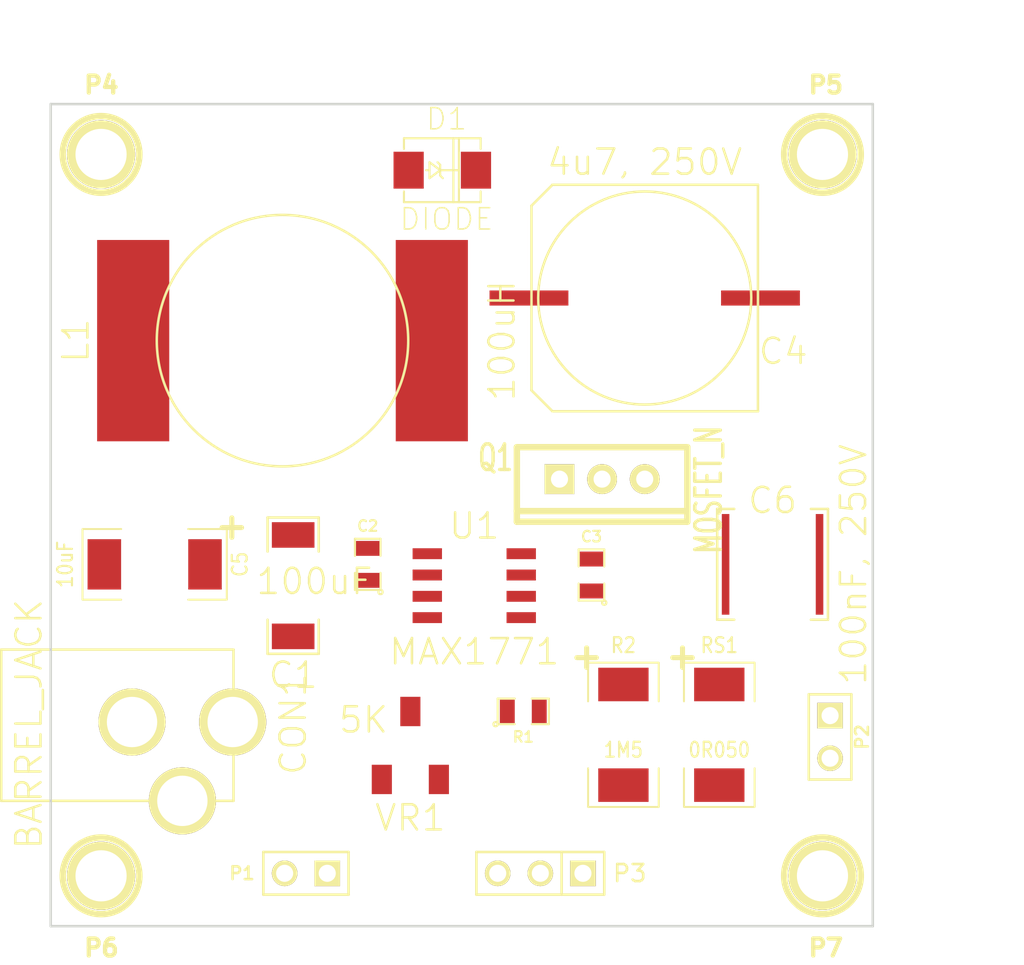
<source format=kicad_pcb>
(kicad_pcb (version 3) (host pcbnew "(2013-dec-23)-stable")

  (general
    (links 39)
    (no_connects 39)
    (area 26.721999 18.150001 91.999999 75.184)
    (thickness 1.6)
    (drawings 6)
    (tracks 0)
    (zones 0)
    (modules 22)
    (nets 11)
  )

  (page A3)
  (layers
    (15 F.Cu signal)
    (0 B.Cu signal)
    (16 B.Adhes user)
    (17 F.Adhes user)
    (18 B.Paste user)
    (19 F.Paste user)
    (20 B.SilkS user)
    (21 F.SilkS user)
    (22 B.Mask user)
    (23 F.Mask user)
    (24 Dwgs.User user)
    (25 Cmts.User user)
    (26 Eco1.User user)
    (27 Eco2.User user)
    (28 Edge.Cuts user)
  )

  (setup
    (last_trace_width 0.254)
    (trace_clearance 0.254)
    (zone_clearance 0.508)
    (zone_45_only no)
    (trace_min 0.254)
    (segment_width 0.2)
    (edge_width 0.15)
    (via_size 0.889)
    (via_drill 0.635)
    (via_min_size 0.889)
    (via_min_drill 0.508)
    (uvia_size 0.508)
    (uvia_drill 0.127)
    (uvias_allowed no)
    (uvia_min_size 0.508)
    (uvia_min_drill 0.127)
    (pcb_text_width 0.3)
    (pcb_text_size 1.5 1.5)
    (mod_edge_width 0.15)
    (mod_text_size 1.5 1.5)
    (mod_text_width 0.15)
    (pad_size 4.7 0.9)
    (pad_drill 0)
    (pad_to_mask_clearance 0.2)
    (aux_axis_origin 0 0)
    (visible_elements FFFFFFBF)
    (pcbplotparams
      (layerselection 3178497)
      (usegerberextensions true)
      (excludeedgelayer true)
      (linewidth 0.150000)
      (plotframeref false)
      (viasonmask false)
      (mode 1)
      (useauxorigin false)
      (hpglpennumber 1)
      (hpglpenspeed 20)
      (hpglpendiameter 15)
      (hpglpenoverlay 2)
      (psnegative false)
      (psa4output false)
      (plotreference true)
      (plotvalue true)
      (plotothertext true)
      (plotinvisibletext false)
      (padsonsilk false)
      (subtractmaskfromsilk false)
      (outputformat 1)
      (mirror false)
      (drillshape 1)
      (scaleselection 1)
      (outputdirectory ""))
  )

  (net 0 "")
  (net 1 FB)
  (net 2 GND)
  (net 3 N-0000011)
  (net 4 N-000002)
  (net 5 N-000003)
  (net 6 N-000004)
  (net 7 N-000005)
  (net 8 N-000006)
  (net 9 N-000008)
  (net 10 N-000009)

  (net_class Default "This is the default net class."
    (clearance 0.254)
    (trace_width 0.254)
    (via_dia 0.889)
    (via_drill 0.635)
    (uvia_dia 0.508)
    (uvia_drill 0.127)
    (add_net "")
    (add_net FB)
    (add_net GND)
    (add_net N-0000011)
    (add_net N-000002)
    (add_net N-000003)
    (add_net N-000004)
    (add_net N-000005)
    (add_net N-000006)
    (add_net N-000008)
    (add_net N-000009)
  )

  (module TO220_VERT_GDS (layer F.Cu) (tedit 5399D9D8) (tstamp 538C9CDC)
    (at 62.865 46.355 270)
    (descr "Regulateur TO220 serie LM78xx")
    (tags "TR TO220")
    (path /53839160)
    (fp_text reference Q1 (at -1.27 6.35 360) (layer F.SilkS)
      (effects (font (size 1.524 1.016) (thickness 0.2032)))
    )
    (fp_text value MOSFET_N (at 0.635 -6.35 270) (layer F.SilkS)
      (effects (font (size 1.524 1.016) (thickness 0.2032)))
    )
    (fp_line (start 1.905 -5.08) (end 2.54 -5.08) (layer F.SilkS) (width 0.381))
    (fp_line (start 2.54 -5.08) (end 2.54 5.08) (layer F.SilkS) (width 0.381))
    (fp_line (start 2.54 5.08) (end 1.905 5.08) (layer F.SilkS) (width 0.381))
    (fp_line (start -1.905 -5.08) (end 1.905 -5.08) (layer F.SilkS) (width 0.381))
    (fp_line (start 1.905 -5.08) (end 1.905 5.08) (layer F.SilkS) (width 0.381))
    (fp_line (start 1.905 5.08) (end -1.905 5.08) (layer F.SilkS) (width 0.381))
    (fp_line (start -1.905 5.08) (end -1.905 -5.08) (layer F.SilkS) (width 0.381))
    (pad S thru_hole circle (at 0 -2.54 270) (size 1.778 1.778) (drill 1.016)
      (layers *.Cu *.Mask F.SilkS)
      (net 8 N-000006)
    )
    (pad D thru_hole circle (at 0 0 270) (size 1.778 1.778) (drill 1.016)
      (layers *.Cu *.Mask F.SilkS)
      (net 10 N-000009)
    )
    (pad G thru_hole rect (at 0 2.54 270) (size 1.778 1.778) (drill 1.016)
      (layers *.Cu *.Mask F.SilkS)
      (net 6 N-000004)
    )
  )

  (module DO214 (layer F.Cu) (tedit 48AAA802) (tstamp 538C9D66)
    (at 53.34 27.94)
    (descr "DO214AC PACKAGE. MONODIRECTIONAL.")
    (tags "DO214AC PACKAGE. MONODIRECTIONAL.")
    (path /538392A9)
    (attr smd)
    (fp_text reference D1 (at 0.254 -3.048) (layer F.SilkS)
      (effects (font (size 1.27 1.27) (thickness 0.0889)))
    )
    (fp_text value DIODE (at 0.254 2.921) (layer F.SilkS)
      (effects (font (size 1.27 1.27) (thickness 0.0889)))
    )
    (fp_line (start -0.762 0) (end -0.9652 0) (layer F.SilkS) (width 0.127))
    (fp_line (start -2.286 -1.905) (end 2.286 -1.905) (layer F.SilkS) (width 0.127))
    (fp_line (start 2.286 -1.905) (end 2.286 -1.27) (layer F.SilkS) (width 0.127))
    (fp_line (start 0.6604 1.905) (end 0.6604 -1.905) (layer F.SilkS) (width 0.127))
    (fp_line (start 0.9906 1.905) (end 0.9906 -1.905) (layer F.SilkS) (width 0.127))
    (fp_line (start -2.286 1.27) (end -2.286 1.905) (layer F.SilkS) (width 0.127))
    (fp_line (start -2.286 1.905) (end 2.286 1.905) (layer F.SilkS) (width 0.127))
    (fp_line (start 2.286 1.905) (end 2.286 1.27) (layer F.SilkS) (width 0.127))
    (fp_line (start -2.286 -1.27) (end -2.286 -1.905) (layer F.SilkS) (width 0.127))
    (fp_line (start -0.127 0) (end -0.762 -0.47498) (layer F.SilkS) (width 0.127))
    (fp_line (start -0.762 -0.47498) (end -0.762 0) (layer F.SilkS) (width 0.127))
    (fp_line (start -0.762 0) (end -0.762 0.47498) (layer F.SilkS) (width 0.127))
    (fp_line (start -0.762 0.47498) (end -0.127 0) (layer F.SilkS) (width 0.127))
    (fp_line (start -0.127 0) (end -0.127 -0.3175) (layer F.SilkS) (width 0.127))
    (fp_line (start -0.127 -0.3175) (end -0.28448 -0.47498) (layer F.SilkS) (width 0.127))
    (fp_line (start -0.127 0) (end -0.127 0.3175) (layer F.SilkS) (width 0.127))
    (fp_line (start -0.127 0.3175) (end 0.03048 0.47498) (layer F.SilkS) (width 0.127))
    (fp_line (start -0.127 0) (end 0.98298 0) (layer F.SilkS) (width 0.127))
    (pad 1 smd rect (at -2.0066 0) (size 1.80086 2.19964)
      (layers F.Cu F.Paste F.Mask)
      (net 10 N-000009)
    )
    (pad 2 smd rect (at 2.0066 0) (size 1.80086 2.19964)
      (layers F.Cu F.Paste F.Mask)
      (net 7 N-000005)
    )
    (model smd/do214.wrl
      (at (xyz 0 0 0))
      (scale (xyz 1 1 1))
      (rotate (xyz 0 0 0))
    )
  )

  (module SM2512 (layer F.Cu) (tedit 538F3ED2) (tstamp 538C9CF9)
    (at 64.135 61.595 270)
    (tags "CMS SM")
    (path /5383934E)
    (attr smd)
    (fp_text reference R2 (at -5.334 0 360) (layer F.SilkS)
      (effects (font (size 0.889 0.762) (thickness 0.127)))
    )
    (fp_text value 1M5 (at 0.89916 0 360) (layer F.SilkS)
      (effects (font (size 0.889 0.762) (thickness 0.127)))
    )
    (fp_text user + (at -4.59994 2.30124 270) (layer F.SilkS)
      (effects (font (size 1.524 1.524) (thickness 0.29972)))
    )
    (fp_line (start -4.30022 -2.10058) (end -4.30022 2.10058) (layer F.SilkS) (width 0.11938))
    (fp_line (start 4.30022 -2.10058) (end 4.30022 2.10058) (layer F.SilkS) (width 0.11938))
    (fp_line (start 1.99644 2.10566) (end 4.28244 2.10566) (layer F.SilkS) (width 0.11938))
    (fp_line (start 4.28244 -2.10566) (end 1.99644 -2.10566) (layer F.SilkS) (width 0.11938))
    (fp_line (start -1.99898 -2.10566) (end -4.28498 -2.10566) (layer F.SilkS) (width 0.11938))
    (fp_line (start -4.28244 2.10566) (end -1.99644 2.10566) (layer F.SilkS) (width 0.11938))
    (pad 1 smd rect (at -2.99974 0 270) (size 1.99898 2.99974)
      (layers F.Cu F.Paste F.Mask)
      (net 7 N-000005)
    )
    (pad 2 smd rect (at 2.99974 0 270) (size 1.99898 2.99974)
      (layers F.Cu F.Paste F.Mask)
      (net 1 FB)
    )
    (model smd\chip_smd_pol_wide.wrl
      (at (xyz 0 0 0))
      (scale (xyz 0.35 0.35 0.35))
      (rotate (xyz 0 0 0))
    )
  )

  (module SM2512 (layer F.Cu) (tedit 538F3ED9) (tstamp 538C9D06)
    (at 69.85 61.595 270)
    (tags "CMS SM")
    (path /5383919E)
    (attr smd)
    (fp_text reference RS1 (at -5.334 0 360) (layer F.SilkS)
      (effects (font (size 0.889 0.762) (thickness 0.127)))
    )
    (fp_text value 0R050 (at 0.89916 0 360) (layer F.SilkS)
      (effects (font (size 0.889 0.762) (thickness 0.127)))
    )
    (fp_text user + (at -4.59994 2.30124 270) (layer F.SilkS)
      (effects (font (size 1.524 1.524) (thickness 0.29972)))
    )
    (fp_line (start -4.30022 -2.10058) (end -4.30022 2.10058) (layer F.SilkS) (width 0.11938))
    (fp_line (start 4.30022 -2.10058) (end 4.30022 2.10058) (layer F.SilkS) (width 0.11938))
    (fp_line (start 1.99644 2.10566) (end 4.28244 2.10566) (layer F.SilkS) (width 0.11938))
    (fp_line (start 4.28244 -2.10566) (end 1.99644 -2.10566) (layer F.SilkS) (width 0.11938))
    (fp_line (start -1.99898 -2.10566) (end -4.28498 -2.10566) (layer F.SilkS) (width 0.11938))
    (fp_line (start -4.28244 2.10566) (end -1.99644 2.10566) (layer F.SilkS) (width 0.11938))
    (pad 1 smd rect (at -2.99974 0 270) (size 1.99898 2.99974)
      (layers F.Cu F.Paste F.Mask)
      (net 8 N-000006)
    )
    (pad 2 smd rect (at 2.99974 0 270) (size 1.99898 2.99974)
      (layers F.Cu F.Paste F.Mask)
      (net 2 GND)
    )
    (model smd\chip_smd_pol_wide.wrl
      (at (xyz 0 0 0))
      (scale (xyz 0.35 0.35 0.35))
      (rotate (xyz 0 0 0))
    )
  )

  (module SM2512 (layer F.Cu) (tedit 538F4399) (tstamp 538C9D13)
    (at 36.195 51.435 180)
    (tags "CMS SM")
    (path /5383905E)
    (attr smd)
    (fp_text reference C5 (at -5.08 0 270) (layer F.SilkS)
      (effects (font (size 0.889 0.762) (thickness 0.127)))
    )
    (fp_text value 10uF (at 5.334 0 270) (layer F.SilkS)
      (effects (font (size 0.889 0.762) (thickness 0.127)))
    )
    (fp_text user + (at -4.59994 2.30124 180) (layer F.SilkS)
      (effects (font (size 1.524 1.524) (thickness 0.29972)))
    )
    (fp_line (start -4.30022 -2.10058) (end -4.30022 2.10058) (layer F.SilkS) (width 0.11938))
    (fp_line (start 4.30022 -2.10058) (end 4.30022 2.10058) (layer F.SilkS) (width 0.11938))
    (fp_line (start 1.99644 2.10566) (end 4.28244 2.10566) (layer F.SilkS) (width 0.11938))
    (fp_line (start 4.28244 -2.10566) (end 1.99644 -2.10566) (layer F.SilkS) (width 0.11938))
    (fp_line (start -1.99898 -2.10566) (end -4.28498 -2.10566) (layer F.SilkS) (width 0.11938))
    (fp_line (start -4.28244 2.10566) (end -1.99644 2.10566) (layer F.SilkS) (width 0.11938))
    (pad 1 smd rect (at -2.99974 0 180) (size 1.99898 2.99974)
      (layers F.Cu F.Paste F.Mask)
      (net 5 N-000003)
    )
    (pad 2 smd rect (at 2.99974 0 180) (size 1.99898 2.99974)
      (layers F.Cu F.Paste F.Mask)
      (net 2 GND)
    )
    (model smd\chip_smd_pol_wide.wrl
      (at (xyz 0 0 0))
      (scale (xyz 0.35 0.35 0.35))
      (rotate (xyz 0 0 0))
    )
  )

  (module SM0805 (layer F.Cu) (tedit 538F43C3) (tstamp 538C9D20)
    (at 58.166 60.198)
    (path /53839350)
    (attr smd)
    (fp_text reference R1 (at 0 1.524) (layer F.SilkS)
      (effects (font (size 0.635 0.635) (thickness 0.127)))
    )
    (fp_text value 10K (at 0 0) (layer F.SilkS) hide
      (effects (font (size 0.635 0.635) (thickness 0.127)))
    )
    (fp_circle (center -1.651 0.762) (end -1.651 0.635) (layer F.SilkS) (width 0.127))
    (fp_line (start -0.508 0.762) (end -1.524 0.762) (layer F.SilkS) (width 0.127))
    (fp_line (start -1.524 0.762) (end -1.524 -0.762) (layer F.SilkS) (width 0.127))
    (fp_line (start -1.524 -0.762) (end -0.508 -0.762) (layer F.SilkS) (width 0.127))
    (fp_line (start 0.508 -0.762) (end 1.524 -0.762) (layer F.SilkS) (width 0.127))
    (fp_line (start 1.524 -0.762) (end 1.524 0.762) (layer F.SilkS) (width 0.127))
    (fp_line (start 1.524 0.762) (end 0.508 0.762) (layer F.SilkS) (width 0.127))
    (pad 1 smd rect (at -0.9525 0) (size 0.889 1.397)
      (layers F.Cu F.Paste F.Mask)
      (net 3 N-0000011)
    )
    (pad 2 smd rect (at 0.9525 0) (size 0.889 1.397)
      (layers F.Cu F.Paste F.Mask)
      (net 2 GND)
    )
    (model smd/chip_cms.wrl
      (at (xyz 0 0 0))
      (scale (xyz 0.1 0.1 0.1))
      (rotate (xyz 0 0 0))
    )
  )

  (module SM0805 (layer F.Cu) (tedit 538F3F09) (tstamp 538C9D2D)
    (at 48.895 51.435 90)
    (path /538390A1)
    (attr smd)
    (fp_text reference C2 (at 2.286 0 180) (layer F.SilkS)
      (effects (font (size 0.635 0.635) (thickness 0.127)))
    )
    (fp_text value 100nF (at 0 0 90) (layer F.SilkS) hide
      (effects (font (size 0.635 0.635) (thickness 0.127)))
    )
    (fp_circle (center -1.651 0.762) (end -1.651 0.635) (layer F.SilkS) (width 0.127))
    (fp_line (start -0.508 0.762) (end -1.524 0.762) (layer F.SilkS) (width 0.127))
    (fp_line (start -1.524 0.762) (end -1.524 -0.762) (layer F.SilkS) (width 0.127))
    (fp_line (start -1.524 -0.762) (end -0.508 -0.762) (layer F.SilkS) (width 0.127))
    (fp_line (start 0.508 -0.762) (end 1.524 -0.762) (layer F.SilkS) (width 0.127))
    (fp_line (start 1.524 -0.762) (end 1.524 0.762) (layer F.SilkS) (width 0.127))
    (fp_line (start 1.524 0.762) (end 0.508 0.762) (layer F.SilkS) (width 0.127))
    (pad 1 smd rect (at -0.9525 0 90) (size 0.889 1.397)
      (layers F.Cu F.Paste F.Mask)
      (net 5 N-000003)
    )
    (pad 2 smd rect (at 0.9525 0 90) (size 0.889 1.397)
      (layers F.Cu F.Paste F.Mask)
      (net 2 GND)
    )
    (model smd/chip_cms.wrl
      (at (xyz 0 0 0))
      (scale (xyz 0.1 0.1 0.1))
      (rotate (xyz 0 0 0))
    )
  )

  (module SM0805 (layer F.Cu) (tedit 538F3EE2) (tstamp 538C9D3A)
    (at 62.23 52.07 90)
    (path /53839074)
    (attr smd)
    (fp_text reference C3 (at 2.286 0 180) (layer F.SilkS)
      (effects (font (size 0.635 0.635) (thickness 0.127)))
    )
    (fp_text value 100nF (at 0 0 90) (layer F.SilkS) hide
      (effects (font (size 0.635 0.635) (thickness 0.127)))
    )
    (fp_circle (center -1.651 0.762) (end -1.651 0.635) (layer F.SilkS) (width 0.127))
    (fp_line (start -0.508 0.762) (end -1.524 0.762) (layer F.SilkS) (width 0.127))
    (fp_line (start -1.524 0.762) (end -1.524 -0.762) (layer F.SilkS) (width 0.127))
    (fp_line (start -1.524 -0.762) (end -0.508 -0.762) (layer F.SilkS) (width 0.127))
    (fp_line (start 0.508 -0.762) (end 1.524 -0.762) (layer F.SilkS) (width 0.127))
    (fp_line (start 1.524 -0.762) (end 1.524 0.762) (layer F.SilkS) (width 0.127))
    (fp_line (start 1.524 0.762) (end 0.508 0.762) (layer F.SilkS) (width 0.127))
    (pad 1 smd rect (at -0.9525 0 90) (size 0.889 1.397)
      (layers F.Cu F.Paste F.Mask)
      (net 4 N-000002)
    )
    (pad 2 smd rect (at 0.9525 0 90) (size 0.889 1.397)
      (layers F.Cu F.Paste F.Mask)
      (net 2 GND)
    )
    (model smd/chip_cms.wrl
      (at (xyz 0 0 0))
      (scale (xyz 0.1 0.1 0.1))
      (rotate (xyz 0 0 0))
    )
  )

  (module PIN_ARRAY_2X1 (layer F.Cu) (tedit 4565C520) (tstamp 538C9D44)
    (at 76.454 61.722 270)
    (descr "Connecteurs 2 pins")
    (tags "CONN DEV")
    (path /53849CF4)
    (fp_text reference P2 (at 0 -1.905 270) (layer F.SilkS)
      (effects (font (size 0.762 0.762) (thickness 0.1524)))
    )
    (fp_text value CONN_2 (at 0 -1.905 270) (layer F.SilkS) hide
      (effects (font (size 0.762 0.762) (thickness 0.1524)))
    )
    (fp_line (start -2.54 1.27) (end -2.54 -1.27) (layer F.SilkS) (width 0.1524))
    (fp_line (start -2.54 -1.27) (end 2.54 -1.27) (layer F.SilkS) (width 0.1524))
    (fp_line (start 2.54 -1.27) (end 2.54 1.27) (layer F.SilkS) (width 0.1524))
    (fp_line (start 2.54 1.27) (end -2.54 1.27) (layer F.SilkS) (width 0.1524))
    (pad 1 thru_hole rect (at -1.27 0 270) (size 1.524 1.524) (drill 1.016)
      (layers *.Cu *.Mask F.SilkS)
      (net 7 N-000005)
    )
    (pad 2 thru_hole circle (at 1.27 0 270) (size 1.524 1.524) (drill 1.016)
      (layers *.Cu *.Mask F.SilkS)
      (net 2 GND)
    )
    (model pin_array/pins_array_2x1.wrl
      (at (xyz 0 0 0))
      (scale (xyz 1 1 1))
      (rotate (xyz 0 0 0))
    )
  )

  (module PIN_ARRAY_2X1 (layer F.Cu) (tedit 538F3EBC) (tstamp 538C9D4E)
    (at 45.212 69.85 180)
    (descr "Connecteurs 2 pins")
    (tags "CONN DEV")
    (path /53849E5F)
    (fp_text reference P1 (at 3.81 0 180) (layer F.SilkS)
      (effects (font (size 0.762 0.762) (thickness 0.1524)))
    )
    (fp_text value CONN_2 (at 0 -1.905 180) (layer F.SilkS) hide
      (effects (font (size 0.762 0.762) (thickness 0.1524)))
    )
    (fp_line (start -2.54 1.27) (end -2.54 -1.27) (layer F.SilkS) (width 0.1524))
    (fp_line (start -2.54 -1.27) (end 2.54 -1.27) (layer F.SilkS) (width 0.1524))
    (fp_line (start 2.54 -1.27) (end 2.54 1.27) (layer F.SilkS) (width 0.1524))
    (fp_line (start 2.54 1.27) (end -2.54 1.27) (layer F.SilkS) (width 0.1524))
    (pad 1 thru_hole rect (at -1.27 0 180) (size 1.524 1.524) (drill 1.016)
      (layers *.Cu *.Mask F.SilkS)
      (net 5 N-000003)
    )
    (pad 2 thru_hole circle (at 1.27 0 180) (size 1.524 1.524) (drill 1.016)
      (layers *.Cu *.Mask F.SilkS)
      (net 2 GND)
    )
    (model pin_array/pins_array_2x1.wrl
      (at (xyz 0 0 0))
      (scale (xyz 1 1 1))
      (rotate (xyz 0 0 0))
    )
  )

  (module SM2917 (layer F.Cu) (tedit 538F4396) (tstamp 538CB228)
    (at 44.45 52.705 90)
    (path /53839058)
    (fp_text reference C1 (at -5.334 0 180) (layer F.SilkS)
      (effects (font (size 1.5 1.5) (thickness 0.15)))
    )
    (fp_text value 100uF (at 0.254 1.27 180) (layer F.SilkS)
      (effects (font (size 1.5 1.5) (thickness 0.15)))
    )
    (fp_line (start 2.032 -1.524) (end 4.064 -1.524) (layer F.SilkS) (width 0.15))
    (fp_line (start 4.064 -1.524) (end 4.064 1.524) (layer F.SilkS) (width 0.15))
    (fp_line (start 4.064 1.524) (end 2.032 1.524) (layer F.SilkS) (width 0.15))
    (fp_line (start -4.064 -1.524) (end -2.032 -1.524) (layer F.SilkS) (width 0.15))
    (fp_line (start -4.064 -1.524) (end -4.064 1.524) (layer F.SilkS) (width 0.15))
    (fp_line (start -4.064 1.524) (end -2.032 1.524) (layer F.SilkS) (width 0.15))
    (pad 1 smd rect (at -3.0226 0 90) (size 1.524 2.54)
      (layers F.Cu F.Paste F.Mask)
      (net 5 N-000003)
    )
    (pad 2 smd rect (at 3.0226 0 90) (size 1.524 2.54)
      (layers F.Cu F.Paste F.Mask)
      (net 2 GND)
    )
    (model smd/Capacitors/c_2220.wrl
      (at (xyz 0 0 0))
      (scale (xyz 1.32 1.19 1))
      (rotate (xyz 0 0 0))
    )
  )

  (module SM2420_fc1 (layer F.Cu) (tedit 538F440D) (tstamp 538CB234)
    (at 73.025 51.435 180)
    (path /53839317)
    (fp_text reference C6 (at 0 3.81 180) (layer F.SilkS)
      (effects (font (size 1.5 1.5) (thickness 0.15)))
    )
    (fp_text value "100nF, 250V" (at -4.826 0 270) (layer F.SilkS)
      (effects (font (size 1.5 1.5) (thickness 0.15)))
    )
    (fp_line (start -2.286 -3.302) (end -3.302 -3.302) (layer F.SilkS) (width 0.15))
    (fp_line (start -3.302 -3.302) (end -3.302 3.302) (layer F.SilkS) (width 0.15))
    (fp_line (start -3.302 3.302) (end -2.286 3.302) (layer F.SilkS) (width 0.15))
    (fp_line (start 2.286 -3.302) (end 3.302 -3.302) (layer F.SilkS) (width 0.15))
    (fp_line (start 3.302 -3.302) (end 3.302 3.302) (layer F.SilkS) (width 0.15))
    (fp_line (start 3.302 3.302) (end 2.286 3.302) (layer F.SilkS) (width 0.15))
    (pad 1 smd rect (at -2.8 0 180) (size 0.45 6)
      (layers F.Cu F.Paste F.Mask)
      (net 7 N-000005)
    )
    (pad 2 smd rect (at 2.8 0 180) (size 0.45 6)
      (layers F.Cu F.Paste F.Mask)
      (net 2 GND)
    )
  )

  (module BARREL_JACK-PJ-002AH (layer F.Cu) (tedit 538F448E) (tstamp 538CC5C3)
    (at 37.846 65.532 180)
    (path /5387102E)
    (fp_text reference CON1 (at -6.604 4.572 270) (layer F.SilkS)
      (effects (font (size 1.5 1.5) (thickness 0.15)))
    )
    (fp_text value BARREL_JACK (at 9.144 4.572 270) (layer F.SilkS)
      (effects (font (size 1.5 1.5) (thickness 0.15)))
    )
    (fp_line (start 10.795 0) (end 10.795 9.017) (layer F.SilkS) (width 0.15))
    (fp_line (start 10.795 9.017) (end -3.048 9.017) (layer F.SilkS) (width 0.15))
    (fp_line (start -3.048 9.017) (end -3.048 0) (layer F.SilkS) (width 0.15))
    (fp_line (start -3.048 0) (end 10.795 0) (layer F.SilkS) (width 0.15))
    (pad 1 thru_hole circle (at -3 4.7 180) (size 4 4) (drill 3)
      (layers *.Cu *.Mask F.SilkS)
      (net 5 N-000003)
    )
    (pad 2 thru_hole circle (at 3 4.7 180) (size 4 4) (drill 3)
      (layers *.Cu *.Mask F.SilkS)
      (net 2 GND)
    )
    (pad 3 thru_hole circle (at 0 0 180) (size 4 4) (drill 3)
      (layers *.Cu *.Mask F.SilkS)
    )
  )

  (module SOIC-8 (layer F.Cu) (tedit 538F3106) (tstamp 538F355A)
    (at 55.245 52.705 270)
    (path /53838E8C)
    (fp_text reference U1 (at -3.556 0 360) (layer F.SilkS)
      (effects (font (size 1.5 1.5) (thickness 0.15)))
    )
    (fp_text value MAX1771 (at 3.937 0 360) (layer F.SilkS)
      (effects (font (size 1.5 1.5) (thickness 0.15)))
    )
    (pad 1 smd rect (at -1.905 2.8 270) (size 0.65 1.75)
      (layers F.Cu F.Paste F.Mask)
      (net 6 N-000004)
    )
    (pad 2 smd rect (at -0.635 2.8 270) (size 0.65 1.75)
      (layers F.Cu F.Paste F.Mask)
      (net 5 N-000003)
    )
    (pad 3 smd rect (at 0.635 2.8 270) (size 0.65 1.75)
      (layers F.Cu F.Paste F.Mask)
      (net 1 FB)
    )
    (pad 4 smd rect (at 1.905 2.8 270) (size 0.65 1.75)
      (layers F.Cu F.Paste F.Mask)
      (net 9 N-000008)
    )
    (pad 5 smd rect (at 1.905 -2.8 270) (size 0.65 1.75)
      (layers F.Cu F.Paste F.Mask)
      (net 4 N-000002)
    )
    (pad 6 smd rect (at 0.635 -2.8 270) (size 0.65 1.75)
      (layers F.Cu F.Paste F.Mask)
      (net 2 GND)
    )
    (pad 7 smd rect (at -0.635 -2.8 270) (size 0.65 1.75)
      (layers F.Cu F.Paste F.Mask)
      (net 2 GND)
    )
    (pad 8 smd rect (at -1.905 -2.8 270) (size 0.65 1.75)
      (layers F.Cu F.Paste F.Mask)
      (net 8 N-000006)
    )
  )

  (module PIN_ARRAY_3X1 (layer F.Cu) (tedit 538F3EBF) (tstamp 538F3566)
    (at 59.182 69.85 180)
    (descr "Connecteur 3 pins")
    (tags "CONN DEV")
    (path /538F3488)
    (fp_text reference P3 (at -5.334 0 180) (layer F.SilkS)
      (effects (font (size 1.016 1.016) (thickness 0.1524)))
    )
    (fp_text value CONN_3 (at 0 -2.159 180) (layer F.SilkS) hide
      (effects (font (size 1.016 1.016) (thickness 0.1524)))
    )
    (fp_line (start -3.81 1.27) (end -3.81 -1.27) (layer F.SilkS) (width 0.1524))
    (fp_line (start -3.81 -1.27) (end 3.81 -1.27) (layer F.SilkS) (width 0.1524))
    (fp_line (start 3.81 -1.27) (end 3.81 1.27) (layer F.SilkS) (width 0.1524))
    (fp_line (start 3.81 1.27) (end -3.81 1.27) (layer F.SilkS) (width 0.1524))
    (fp_line (start -1.27 -1.27) (end -1.27 1.27) (layer F.SilkS) (width 0.1524))
    (pad 1 thru_hole rect (at -2.54 0 180) (size 1.524 1.524) (drill 1.016)
      (layers *.Cu *.Mask F.SilkS)
      (net 2 GND)
    )
    (pad 2 thru_hole circle (at 0 0 180) (size 1.524 1.524) (drill 1.016)
      (layers *.Cu *.Mask F.SilkS)
      (net 9 N-000008)
    )
    (pad 3 thru_hole circle (at 2.54 0 180) (size 1.524 1.524) (drill 1.016)
      (layers *.Cu *.Mask F.SilkS)
      (net 5 N-000003)
    )
    (model pin_array/pins_array_3x1.wrl
      (at (xyz 0 0 0))
      (scale (xyz 1 1 1))
      (rotate (xyz 0 0 0))
    )
  )

  (module 3314S-TRIMPOT (layer F.Cu) (tedit 538F43BE) (tstamp 538F356D)
    (at 51.435 62.23 180)
    (path /538393E4)
    (fp_text reference VR1 (at 0 -4.318 180) (layer F.SilkS)
      (effects (font (size 1.5 1.5) (thickness 0.15)))
    )
    (fp_text value 5K (at 2.794 1.524 180) (layer F.SilkS)
      (effects (font (size 1.5 1.5) (thickness 0.15)))
    )
    (pad 3 smd rect (at -1.7 -2.025 180) (size 1.2 1.75)
      (layers F.Cu F.Paste F.Mask)
      (net 3 N-0000011)
    )
    (pad 1 smd rect (at 1.7 -2.025 180) (size 1.2 1.75)
      (layers F.Cu F.Paste F.Mask)
      (net 1 FB)
    )
    (pad 2 smd rect (at 0 2.025 180) (size 1.2 1.75)
      (layers F.Cu F.Paste F.Mask)
      (net 3 N-0000011)
    )
  )

  (module UNI-PAC4B (layer F.Cu) (tedit 538F39B8) (tstamp 538F8B99)
    (at 43.815 38.1)
    (path /53839242)
    (fp_text reference L1 (at -12.319 0 90) (layer F.SilkS)
      (effects (font (size 1.5 1.5) (thickness 0.15)))
    )
    (fp_text value 100uH (at 13.081 0 90) (layer F.SilkS)
      (effects (font (size 1.5 1.5) (thickness 0.15)))
    )
    (fp_circle (center 0 0) (end 7.493 0.127) (layer F.SilkS) (width 0.15))
    (pad 1 smd rect (at -8.9 0) (size 4.3 12)
      (layers F.Cu F.Paste F.Mask)
      (net 5 N-000003)
    )
    (pad 2 smd rect (at 8.9 0) (size 4.3 12)
      (layers F.Cu F.Paste F.Mask)
      (net 10 N-000009)
    )
  )

  (module c_elec_13.5x13.8 (layer F.Cu) (tedit 5399D9D3) (tstamp 538C9CEC)
    (at 65.405 35.56 180)
    (path /538392BE)
    (fp_text reference C4 (at -8.255 -3.175 180) (layer F.SilkS)
      (effects (font (size 1.5 1.5) (thickness 0.15)))
    )
    (fp_text value "4u7, 250V" (at 0 8.1 180) (layer F.SilkS)
      (effects (font (size 1.5 1.5) (thickness 0.15)))
    )
    (fp_circle (center 0 0) (end 6.35 0) (layer F.SilkS) (width 0.15))
    (fp_line (start -6.75 6.75) (end -6.75 -6.75) (layer F.SilkS) (width 0.15))
    (fp_line (start -6.75 -6.75) (end 5.5 -6.75) (layer F.SilkS) (width 0.15))
    (fp_line (start 5.5 -6.75) (end 6.75 -5.5) (layer F.SilkS) (width 0.15))
    (fp_line (start 6.75 -5.5) (end 6.75 5.5) (layer F.SilkS) (width 0.15))
    (fp_line (start 6.75 5.5) (end 5.5 6.75) (layer F.SilkS) (width 0.15))
    (fp_line (start 5.5 6.75) (end -6.75 6.75) (layer F.SilkS) (width 0.15))
    (pad 2 smd rect (at -6.9 0 180) (size 4.7 0.9)
      (layers F.Cu F.Paste F.Mask)
      (net 2 GND)
    )
    (pad 1 smd rect (at 6.9 0 180) (size 4.7 0.9)
      (layers F.Cu F.Paste F.Mask)
      (net 7 N-000005)
    )
  )

  (module 1pin (layer F.Cu) (tedit 5399DAE3) (tstamp 5399E0B2)
    (at 33 27)
    (descr "module 1 pin (ou trou mecanique de percage)")
    (tags DEV)
    (path /5399D650)
    (fp_text reference P4 (at 0.02 -4.14) (layer F.SilkS)
      (effects (font (size 1.016 1.016) (thickness 0.254)))
    )
    (fp_text value CONN_1 (at 0 2.794) (layer F.SilkS) hide
      (effects (font (size 1.016 1.016) (thickness 0.254)))
    )
    (fp_circle (center 0 0) (end 0 -2.286) (layer F.SilkS) (width 0.381))
    (pad 1 thru_hole circle (at 0 0) (size 4.064 4.064) (drill 3.048)
      (layers *.Cu *.Mask F.SilkS)
      (net 2 GND)
    )
  )

  (module 1pin (layer F.Cu) (tedit 5399DAE6) (tstamp 5399E0B8)
    (at 76 27)
    (descr "module 1 pin (ou trou mecanique de percage)")
    (tags DEV)
    (path /5399D65F)
    (fp_text reference P5 (at 0.2 -4.14) (layer F.SilkS)
      (effects (font (size 1.016 1.016) (thickness 0.254)))
    )
    (fp_text value CONN_1 (at 0 2.794) (layer F.SilkS) hide
      (effects (font (size 1.016 1.016) (thickness 0.254)))
    )
    (fp_circle (center 0 0) (end 0 -2.286) (layer F.SilkS) (width 0.381))
    (pad 1 thru_hole circle (at 0 0) (size 4.064 4.064) (drill 3.048)
      (layers *.Cu *.Mask F.SilkS)
      (net 2 GND)
    )
  )

  (module 1pin (layer F.Cu) (tedit 5399DAEF) (tstamp 5399E0BE)
    (at 33 70)
    (descr "module 1 pin (ou trou mecanique de percage)")
    (tags DEV)
    (path /5399D66E)
    (fp_text reference P6 (at 0.02 4.295) (layer F.SilkS)
      (effects (font (size 1.016 1.016) (thickness 0.254)))
    )
    (fp_text value CONN_1 (at 0 2.794) (layer F.SilkS) hide
      (effects (font (size 1.016 1.016) (thickness 0.254)))
    )
    (fp_circle (center 0 0) (end 0 -2.286) (layer F.SilkS) (width 0.381))
    (pad 1 thru_hole circle (at 0 0) (size 4.064 4.064) (drill 3.048)
      (layers *.Cu *.Mask F.SilkS)
      (net 2 GND)
    )
  )

  (module 1pin (layer F.Cu) (tedit 5399DAEA) (tstamp 5399E0C4)
    (at 76 70)
    (descr "module 1 pin (ou trou mecanique de percage)")
    (tags DEV)
    (path /5399D67D)
    (fp_text reference P7 (at 0.2 4.295) (layer F.SilkS)
      (effects (font (size 1.016 1.016) (thickness 0.254)))
    )
    (fp_text value CONN_1 (at 0 2.794) (layer F.SilkS) hide
      (effects (font (size 1.016 1.016) (thickness 0.254)))
    )
    (fp_circle (center 0 0) (end 0 -2.286) (layer F.SilkS) (width 0.381))
    (pad 1 thru_hole circle (at 0 0) (size 4.064 4.064) (drill 3.048)
      (layers *.Cu *.Mask F.SilkS)
      (net 2 GND)
    )
  )

  (dimension 49 (width 0.3) (layer Dwgs.User)
    (gr_text "49.000 mm" (at 54.5 19.650001) (layer Dwgs.User)
      (effects (font (size 1.5 1.5) (thickness 0.3)))
    )
    (feature1 (pts (xy 79 23) (xy 79 18.300001)))
    (feature2 (pts (xy 30 23) (xy 30 18.300001)))
    (crossbar (pts (xy 30 21.000001) (xy 79 21.000001)))
    (arrow1a (pts (xy 79 21.000001) (xy 77.873497 21.586421)))
    (arrow1b (pts (xy 79 21.000001) (xy 77.873497 20.413581)))
    (arrow2a (pts (xy 30 21.000001) (xy 31.126503 21.586421)))
    (arrow2b (pts (xy 30 21.000001) (xy 31.126503 20.413581)))
  )
  (dimension 49 (width 0.3) (layer Dwgs.User)
    (gr_text "49.000 mm" (at 85.349999 48.5 270) (layer Dwgs.User)
      (effects (font (size 1.5 1.5) (thickness 0.3)))
    )
    (feature1 (pts (xy 80 73) (xy 86.699999 73)))
    (feature2 (pts (xy 80 24) (xy 86.699999 24)))
    (crossbar (pts (xy 83.999999 24) (xy 83.999999 73)))
    (arrow1a (pts (xy 83.999999 73) (xy 83.413579 71.873497)))
    (arrow1b (pts (xy 83.999999 73) (xy 84.586419 71.873497)))
    (arrow2a (pts (xy 83.999999 24) (xy 83.413579 25.126503)))
    (arrow2b (pts (xy 83.999999 24) (xy 84.586419 25.126503)))
  )
  (gr_line (start 30 73) (end 79 73) (angle 90) (layer Edge.Cuts) (width 0.15))
  (gr_line (start 30 24) (end 30 73) (angle 90) (layer Edge.Cuts) (width 0.15))
  (gr_line (start 79 24) (end 30 24) (angle 90) (layer Edge.Cuts) (width 0.15))
  (gr_line (start 79 73) (end 79 24) (angle 90) (layer Edge.Cuts) (width 0.15))

)

</source>
